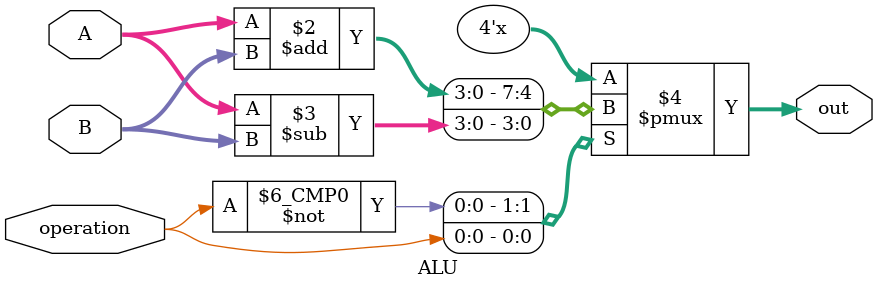
<source format=v>
module ALU(operation, A, B, out);

	input wire operation;
	input wire [3:0] A, B;
	output reg [3:0] out;
	
	parameter ADD = 1'b0;
	parameter SUB = 1'b1;
	
	always begin
		case(operation)
			ADD:
				out <= (A + B);
			SUB:
				out <= (A - B);
		endcase
	end
	
endmodule 
</source>
